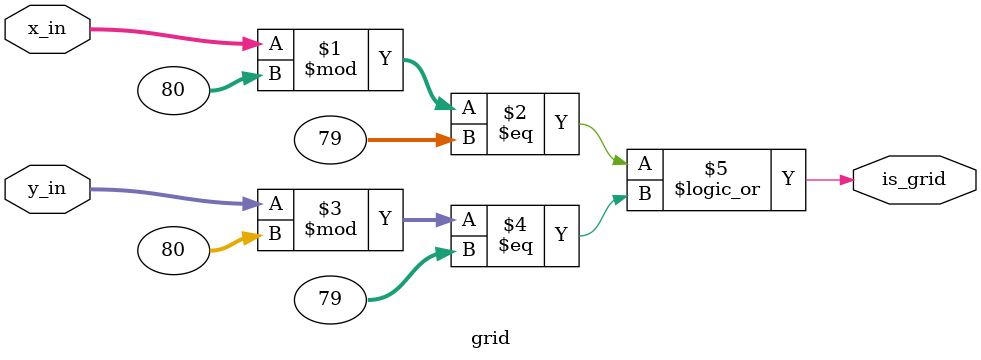
<source format=v>
module grid(x_in, y_in, is_grid);
input[9:0] x_in, y_in;
output is_grid;
assign is_grid = (x_in % 80 == 79 || y_in % 80 == 79);
endmodule
</source>
